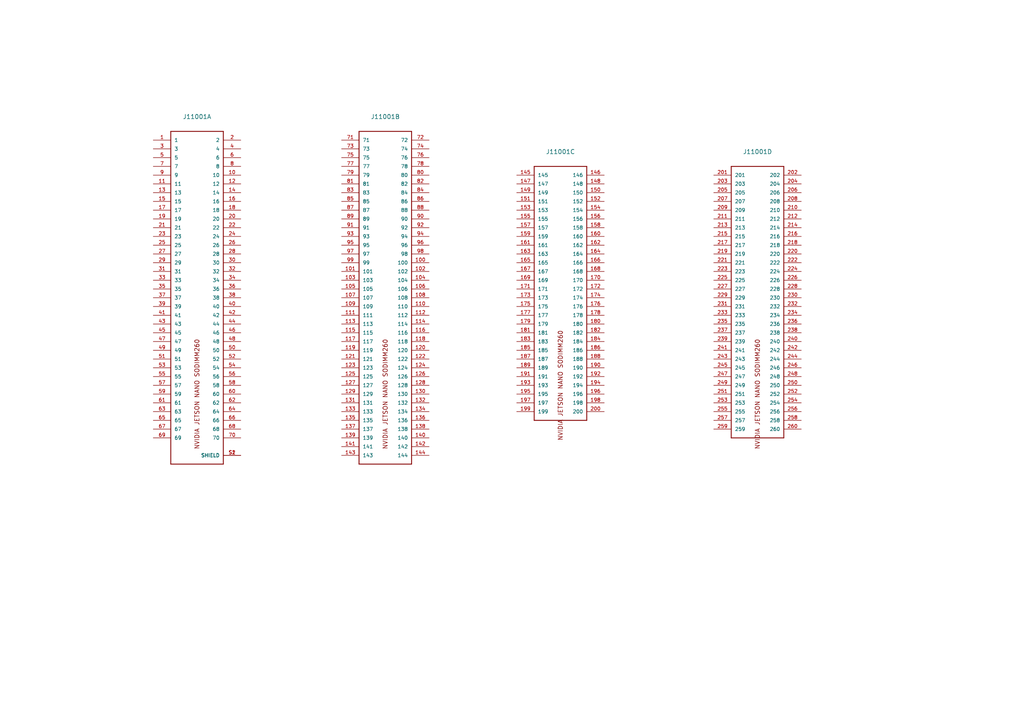
<source format=kicad_sch>
(kicad_sch (version 20211123) (generator eeschema)
  (paper "A4")
  (lib_symbols
    (symbol "JETSON_NANO:2309413-1" (pin_names (offset 1.016))
      (property "Reference" "J" (at -7.62 48.895 0))
      (property "Value" "2309413-1" (at -7.62 -50.8 0))
      (symbol "2309413-1_0_0"
        (text "NVIDIA JETSON NANO SODIMM260" (at 0 -27.94 900) (effects (font (size 1.27 1.27))))
      )
      (symbol "2309413-1_1_0"
        (polyline (pts (xy -7.62 -48.26) (xy 7.62 -48.26)) (stroke (width 0.254)))
        (polyline (pts (xy -7.62 48.26) (xy -7.62 -48.26)) (stroke (width 0.254)))
        (polyline (pts (xy 7.62 -48.26) (xy 7.62 48.26)) (stroke (width 0.254)))
        (polyline (pts (xy 7.62 48.26) (xy -7.62 48.26)) (stroke (width 0.254)))
        (pin passive line (at -12.7 45.72 0) (length 5.08) (name "1") (number "1"))
        (pin passive line (at 12.7 35.56 180) (length 5.08) (name "10") (number "10"))
        (pin passive line (at -12.7 33.02 0) (length 5.08) (name "11") (number "11"))
        (pin passive line (at 12.7 33.02 180) (length 5.08) (name "12") (number "12"))
        (pin passive line (at -12.7 30.48 0) (length 5.08) (name "13") (number "13"))
        (pin passive line (at 12.7 30.48 180) (length 5.08) (name "14") (number "14"))
        (pin passive line (at -12.7 27.94 0) (length 5.08) (name "15") (number "15"))
        (pin passive line (at 12.7 27.94 180) (length 5.08) (name "16") (number "16"))
        (pin passive line (at -12.7 25.4 0) (length 5.08) (name "17") (number "17"))
        (pin passive line (at 12.7 25.4 180) (length 5.08) (name "18") (number "18"))
        (pin passive line (at -12.7 22.86 0) (length 5.08) (name "19") (number "19"))
        (pin passive line (at 12.7 45.72 180) (length 5.08) (name "2") (number "2"))
        (pin passive line (at 12.7 22.86 180) (length 5.08) (name "20") (number "20"))
        (pin passive line (at -12.7 20.32 0) (length 5.08) (name "21") (number "21"))
        (pin passive line (at 12.7 20.32 180) (length 5.08) (name "22") (number "22"))
        (pin passive line (at -12.7 17.78 0) (length 5.08) (name "23") (number "23"))
        (pin passive line (at 12.7 17.78 180) (length 5.08) (name "24") (number "24"))
        (pin passive line (at -12.7 15.24 0) (length 5.08) (name "25") (number "25"))
        (pin passive line (at 12.7 15.24 180) (length 5.08) (name "26") (number "26"))
        (pin passive line (at -12.7 12.7 0) (length 5.08) (name "27") (number "27"))
        (pin passive line (at 12.7 12.7 180) (length 5.08) (name "28") (number "28"))
        (pin passive line (at -12.7 10.16 0) (length 5.08) (name "29") (number "29"))
        (pin passive line (at -12.7 43.18 0) (length 5.08) (name "3") (number "3"))
        (pin passive line (at 12.7 10.16 180) (length 5.08) (name "30") (number "30"))
        (pin passive line (at -12.7 7.62 0) (length 5.08) (name "31") (number "31"))
        (pin passive line (at 12.7 7.62 180) (length 5.08) (name "32") (number "32"))
        (pin passive line (at -12.7 5.08 0) (length 5.08) (name "33") (number "33"))
        (pin passive line (at 12.7 5.08 180) (length 5.08) (name "34") (number "34"))
        (pin passive line (at -12.7 2.54 0) (length 5.08) (name "35") (number "35"))
        (pin passive line (at 12.7 2.54 180) (length 5.08) (name "36") (number "36"))
        (pin passive line (at -12.7 0 0) (length 5.08) (name "37") (number "37"))
        (pin passive line (at 12.7 0 180) (length 5.08) (name "38") (number "38"))
        (pin passive line (at -12.7 -2.54 0) (length 5.08) (name "39") (number "39"))
        (pin passive line (at 12.7 43.18 180) (length 5.08) (name "4") (number "4"))
        (pin passive line (at 12.7 -2.54 180) (length 5.08) (name "40") (number "40"))
        (pin passive line (at -12.7 -5.08 0) (length 5.08) (name "41") (number "41"))
        (pin passive line (at 12.7 -5.08 180) (length 5.08) (name "42") (number "42"))
        (pin passive line (at -12.7 -7.62 0) (length 5.08) (name "43") (number "43"))
        (pin passive line (at 12.7 -7.62 180) (length 5.08) (name "44") (number "44"))
        (pin passive line (at -12.7 -10.16 0) (length 5.08) (name "45") (number "45"))
        (pin passive line (at 12.7 -10.16 180) (length 5.08) (name "46") (number "46"))
        (pin passive line (at -12.7 -12.7 0) (length 5.08) (name "47") (number "47"))
        (pin passive line (at 12.7 -12.7 180) (length 5.08) (name "48") (number "48"))
        (pin passive line (at -12.7 -15.24 0) (length 5.08) (name "49") (number "49"))
        (pin passive line (at -12.7 40.64 0) (length 5.08) (name "5") (number "5"))
        (pin passive line (at 12.7 -15.24 180) (length 5.08) (name "50") (number "50"))
        (pin passive line (at -12.7 -17.78 0) (length 5.08) (name "51") (number "51"))
        (pin passive line (at 12.7 -17.78 180) (length 5.08) (name "52") (number "52"))
        (pin passive line (at -12.7 -20.32 0) (length 5.08) (name "53") (number "53"))
        (pin passive line (at 12.7 -20.32 180) (length 5.08) (name "54") (number "54"))
        (pin passive line (at -12.7 -22.86 0) (length 5.08) (name "55") (number "55"))
        (pin passive line (at 12.7 -22.86 180) (length 5.08) (name "56") (number "56"))
        (pin passive line (at -12.7 -25.4 0) (length 5.08) (name "57") (number "57"))
        (pin passive line (at 12.7 -25.4 180) (length 5.08) (name "58") (number "58"))
        (pin passive line (at -12.7 -27.94 0) (length 5.08) (name "59") (number "59"))
        (pin passive line (at 12.7 40.64 180) (length 5.08) (name "6") (number "6"))
        (pin passive line (at 12.7 -27.94 180) (length 5.08) (name "60") (number "60"))
        (pin passive line (at -12.7 -30.48 0) (length 5.08) (name "61") (number "61"))
        (pin passive line (at 12.7 -30.48 180) (length 5.08) (name "62") (number "62"))
        (pin passive line (at -12.7 -33.02 0) (length 5.08) (name "63") (number "63"))
        (pin passive line (at 12.7 -33.02 180) (length 5.08) (name "64") (number "64"))
        (pin passive line (at -12.7 -35.56 0) (length 5.08) (name "65") (number "65"))
        (pin passive line (at 12.7 -35.56 180) (length 5.08) (name "66") (number "66"))
        (pin passive line (at -12.7 -38.1 0) (length 5.08) (name "67") (number "67"))
        (pin passive line (at 12.7 -38.1 180) (length 5.08) (name "68") (number "68"))
        (pin passive line (at -12.7 -40.64 0) (length 5.08) (name "69") (number "69"))
        (pin passive line (at -12.7 38.1 0) (length 5.08) (name "7") (number "7"))
        (pin passive line (at 12.7 -40.64 180) (length 5.08) (name "70") (number "70"))
        (pin passive line (at 12.7 38.1 180) (length 5.08) (name "8") (number "8"))
        (pin passive line (at -12.7 35.56 0) (length 5.08) (name "9") (number "9"))
        (pin passive line (at 12.7 -45.72 180) (length 5.08) (name "SHIELD") (number "S1"))
        (pin passive line (at 12.7 -45.72 180) (length 5.08) (name "SHIELD") (number "S2"))
      )
      (symbol "2309413-1_2_0"
        (polyline (pts (xy -7.62 -48.26) (xy 7.62 -48.26)) (stroke (width 0.254)))
        (polyline (pts (xy -7.62 48.26) (xy -7.62 -48.26)) (stroke (width 0.254)))
        (polyline (pts (xy 7.62 -48.26) (xy 7.62 48.26)) (stroke (width 0.254)))
        (polyline (pts (xy 7.62 48.26) (xy -7.62 48.26)) (stroke (width 0.254)))
        (pin passive line (at 12.7 10.16 180) (length 5.08) (name "100") (number "100"))
        (pin passive line (at -12.7 7.62 0) (length 5.08) (name "101") (number "101"))
        (pin passive line (at 12.7 7.62 180) (length 5.08) (name "102") (number "102"))
        (pin passive line (at -12.7 5.08 0) (length 5.08) (name "103") (number "103"))
        (pin passive line (at 12.7 5.08 180) (length 5.08) (name "104") (number "104"))
        (pin passive line (at -12.7 2.54 0) (length 5.08) (name "105") (number "105"))
        (pin passive line (at 12.7 2.54 180) (length 5.08) (name "106") (number "106"))
        (pin passive line (at -12.7 0 0) (length 5.08) (name "107") (number "107"))
        (pin passive line (at 12.7 0 180) (length 5.08) (name "108") (number "108"))
        (pin passive line (at -12.7 -2.54 0) (length 5.08) (name "109") (number "109"))
        (pin passive line (at 12.7 -2.54 180) (length 5.08) (name "110") (number "110"))
        (pin passive line (at -12.7 -5.08 0) (length 5.08) (name "111") (number "111"))
        (pin passive line (at 12.7 -5.08 180) (length 5.08) (name "112") (number "112"))
        (pin passive line (at -12.7 -7.62 0) (length 5.08) (name "113") (number "113"))
        (pin passive line (at 12.7 -7.62 180) (length 5.08) (name "114") (number "114"))
        (pin passive line (at -12.7 -10.16 0) (length 5.08) (name "115") (number "115"))
        (pin passive line (at 12.7 -10.16 180) (length 5.08) (name "116") (number "116"))
        (pin passive line (at -12.7 -12.7 0) (length 5.08) (name "117") (number "117"))
        (pin passive line (at 12.7 -12.7 180) (length 5.08) (name "118") (number "118"))
        (pin passive line (at -12.7 -15.24 0) (length 5.08) (name "119") (number "119"))
        (pin passive line (at 12.7 -15.24 180) (length 5.08) (name "120") (number "120"))
        (pin passive line (at -12.7 -17.78 0) (length 5.08) (name "121") (number "121"))
        (pin passive line (at 12.7 -17.78 180) (length 5.08) (name "122") (number "122"))
        (pin passive line (at -12.7 -20.32 0) (length 5.08) (name "123") (number "123"))
        (pin passive line (at 12.7 -20.32 180) (length 5.08) (name "124") (number "124"))
        (pin passive line (at -12.7 -22.86 0) (length 5.08) (name "125") (number "125"))
        (pin passive line (at 12.7 -22.86 180) (length 5.08) (name "126") (number "126"))
        (pin passive line (at -12.7 -25.4 0) (length 5.08) (name "127") (number "127"))
        (pin passive line (at 12.7 -25.4 180) (length 5.08) (name "128") (number "128"))
        (pin passive line (at -12.7 -27.94 0) (length 5.08) (name "129") (number "129"))
        (pin passive line (at 12.7 -27.94 180) (length 5.08) (name "130") (number "130"))
        (pin passive line (at -12.7 -30.48 0) (length 5.08) (name "131") (number "131"))
        (pin passive line (at 12.7 -30.48 180) (length 5.08) (name "132") (number "132"))
        (pin passive line (at -12.7 -33.02 0) (length 5.08) (name "133") (number "133"))
        (pin passive line (at 12.7 -33.02 180) (length 5.08) (name "134") (number "134"))
        (pin passive line (at -12.7 -35.56 0) (length 5.08) (name "135") (number "135"))
        (pin passive line (at 12.7 -35.56 180) (length 5.08) (name "136") (number "136"))
        (pin passive line (at -12.7 -38.1 0) (length 5.08) (name "137") (number "137"))
        (pin passive line (at 12.7 -38.1 180) (length 5.08) (name "138") (number "138"))
        (pin passive line (at -12.7 -40.64 0) (length 5.08) (name "139") (number "139"))
        (pin passive line (at 12.7 -40.64 180) (length 5.08) (name "140") (number "140"))
        (pin passive line (at -12.7 -43.18 0) (length 5.08) (name "141") (number "141"))
        (pin passive line (at 12.7 -43.18 180) (length 5.08) (name "142") (number "142"))
        (pin passive line (at -12.7 -45.72 0) (length 5.08) (name "143") (number "143"))
        (pin passive line (at 12.7 -45.72 180) (length 5.08) (name "144") (number "144"))
        (pin passive line (at -12.7 45.72 0) (length 5.08) (name "71") (number "71"))
        (pin passive line (at 12.7 45.72 180) (length 5.08) (name "72") (number "72"))
        (pin passive line (at -12.7 43.18 0) (length 5.08) (name "73") (number "73"))
        (pin passive line (at 12.7 43.18 180) (length 5.08) (name "74") (number "74"))
        (pin passive line (at -12.7 40.64 0) (length 5.08) (name "75") (number "75"))
        (pin passive line (at 12.7 40.64 180) (length 5.08) (name "76") (number "76"))
        (pin passive line (at -12.7 38.1 0) (length 5.08) (name "77") (number "77"))
        (pin passive line (at 12.7 38.1 180) (length 5.08) (name "78") (number "78"))
        (pin passive line (at -12.7 35.56 0) (length 5.08) (name "79") (number "79"))
        (pin passive line (at 12.7 35.56 180) (length 5.08) (name "80") (number "80"))
        (pin passive line (at -12.7 33.02 0) (length 5.08) (name "81") (number "81"))
        (pin passive line (at 12.7 33.02 180) (length 5.08) (name "82") (number "82"))
        (pin passive line (at -12.7 30.48 0) (length 5.08) (name "83") (number "83"))
        (pin passive line (at 12.7 30.48 180) (length 5.08) (name "84") (number "84"))
        (pin passive line (at -12.7 27.94 0) (length 5.08) (name "85") (number "85"))
        (pin passive line (at 12.7 27.94 180) (length 5.08) (name "86") (number "86"))
        (pin passive line (at -12.7 25.4 0) (length 5.08) (name "87") (number "87"))
        (pin passive line (at 12.7 25.4 180) (length 5.08) (name "88") (number "88"))
        (pin passive line (at -12.7 22.86 0) (length 5.08) (name "89") (number "89"))
        (pin passive line (at 12.7 22.86 180) (length 5.08) (name "90") (number "90"))
        (pin passive line (at -12.7 20.32 0) (length 5.08) (name "91") (number "91"))
        (pin passive line (at 12.7 20.32 180) (length 5.08) (name "92") (number "92"))
        (pin passive line (at -12.7 17.78 0) (length 5.08) (name "93") (number "93"))
        (pin passive line (at 12.7 17.78 180) (length 5.08) (name "94") (number "94"))
        (pin passive line (at -12.7 15.24 0) (length 5.08) (name "95") (number "95"))
        (pin passive line (at 12.7 15.24 180) (length 5.08) (name "96") (number "96"))
        (pin passive line (at -12.7 12.7 0) (length 5.08) (name "97") (number "97"))
        (pin passive line (at 12.7 12.7 180) (length 5.08) (name "98") (number "98"))
        (pin passive line (at -12.7 10.16 0) (length 5.08) (name "99") (number "99"))
      )
      (symbol "2309413-1_3_0"
        (polyline (pts (xy -7.62 -38.1) (xy 7.62 -38.1)) (stroke (width 0.254)))
        (polyline (pts (xy -7.62 35.56) (xy -7.62 -38.1)) (stroke (width 0.254)))
        (polyline (pts (xy 7.62 -38.1) (xy 7.62 35.56)) (stroke (width 0.254)))
        (polyline (pts (xy 7.62 35.56) (xy -7.62 35.56)) (stroke (width 0.254)))
        (pin passive line (at -12.7 33.02 0) (length 5.08) (name "145") (number "145"))
        (pin passive line (at 12.7 33.02 180) (length 5.08) (name "146") (number "146"))
        (pin passive line (at -12.7 30.48 0) (length 5.08) (name "147") (number "147"))
        (pin passive line (at 12.7 30.48 180) (length 5.08) (name "148") (number "148"))
        (pin passive line (at -12.7 27.94 0) (length 5.08) (name "149") (number "149"))
        (pin passive line (at 12.7 27.94 180) (length 5.08) (name "150") (number "150"))
        (pin passive line (at -12.7 25.4 0) (length 5.08) (name "151") (number "151"))
        (pin passive line (at 12.7 25.4 180) (length 5.08) (name "152") (number "152"))
        (pin passive line (at -12.7 22.86 0) (length 5.08) (name "153") (number "153"))
        (pin passive line (at 12.7 22.86 180) (length 5.08) (name "154") (number "154"))
        (pin passive line (at -12.7 20.32 0) (length 5.08) (name "155") (number "155"))
        (pin passive line (at 12.7 20.32 180) (length 5.08) (name "156") (number "156"))
        (pin passive line (at -12.7 17.78 0) (length 5.08) (name "157") (number "157"))
        (pin passive line (at 12.7 17.78 180) (length 5.08) (name "158") (number "158"))
        (pin passive line (at -12.7 15.24 0) (length 5.08) (name "159") (number "159"))
        (pin passive line (at 12.7 15.24 180) (length 5.08) (name "160") (number "160"))
        (pin passive line (at -12.7 12.7 0) (length 5.08) (name "161") (number "161"))
        (pin passive line (at 12.7 12.7 180) (length 5.08) (name "162") (number "162"))
        (pin passive line (at -12.7 10.16 0) (length 5.08) (name "163") (number "163"))
        (pin passive line (at 12.7 10.16 180) (length 5.08) (name "164") (number "164"))
        (pin passive line (at -12.7 7.62 0) (length 5.08) (name "165") (number "165"))
        (pin passive line (at 12.7 7.62 180) (length 5.08) (name "166") (number "166"))
        (pin passive line (at -12.7 5.08 0) (length 5.08) (name "167") (number "167"))
        (pin passive line (at 12.7 5.08 180) (length 5.08) (name "168") (number "168"))
        (pin passive line (at -12.7 2.54 0) (length 5.08) (name "169") (number "169"))
        (pin passive line (at 12.7 2.54 180) (length 5.08) (name "170") (number "170"))
        (pin passive line (at -12.7 0 0) (length 5.08) (name "171") (number "171"))
        (pin passive line (at 12.7 0 180) (length 5.08) (name "172") (number "172"))
        (pin passive line (at -12.7 -2.54 0) (length 5.08) (name "173") (number "173"))
        (pin passive line (at 12.7 -2.54 180) (length 5.08) (name "174") (number "174"))
        (pin passive line (at -12.7 -5.08 0) (length 5.08) (name "175") (number "175"))
        (pin passive line (at 12.7 -5.08 180) (length 5.08) (name "176") (number "176"))
        (pin passive line (at -12.7 -7.62 0) (length 5.08) (name "177") (number "177"))
        (pin passive line (at 12.7 -7.62 180) (length 5.08) (name "178") (number "178"))
        (pin passive line (at -12.7 -10.16 0) (length 5.08) (name "179") (number "179"))
        (pin passive line (at 12.7 -10.16 180) (length 5.08) (name "180") (number "180"))
        (pin passive line (at -12.7 -12.7 0) (length 5.08) (name "181") (number "181"))
        (pin passive line (at 12.7 -12.7 180) (length 5.08) (name "182") (number "182"))
        (pin passive line (at -12.7 -15.24 0) (length 5.08) (name "183") (number "183"))
        (pin passive line (at 12.7 -15.24 180) (length 5.08) (name "184") (number "184"))
        (pin passive line (at -12.7 -17.78 0) (length 5.08) (name "185") (number "185"))
        (pin passive line (at 12.7 -17.78 180) (length 5.08) (name "186") (number "186"))
        (pin passive line (at -12.7 -20.32 0) (length 5.08) (name "187") (number "187"))
        (pin passive line (at 12.7 -20.32 180) (length 5.08) (name "188") (number "188"))
        (pin passive line (at -12.7 -22.86 0) (length 5.08) (name "189") (number "189"))
        (pin passive line (at 12.7 -22.86 180) (length 5.08) (name "190") (number "190"))
        (pin passive line (at -12.7 -25.4 0) (length 5.08) (name "191") (number "191"))
        (pin passive line (at 12.7 -25.4 180) (length 5.08) (name "192") (number "192"))
        (pin passive line (at -12.7 -27.94 0) (length 5.08) (name "193") (number "193"))
        (pin passive line (at 12.7 -27.94 180) (length 5.08) (name "194") (number "194"))
        (pin passive line (at -12.7 -30.48 0) (length 5.08) (name "195") (number "195"))
        (pin passive line (at 12.7 -30.48 180) (length 5.08) (name "196") (number "196"))
        (pin passive line (at -12.7 -33.02 0) (length 5.08) (name "197") (number "197"))
        (pin passive line (at 12.7 -33.02 180) (length 5.08) (name "198") (number "198"))
        (pin passive line (at -12.7 -35.56 0) (length 5.08) (name "199") (number "199"))
        (pin passive line (at 12.7 -35.56 180) (length 5.08) (name "200") (number "200"))
      )
      (symbol "2309413-1_4_0"
        (polyline (pts (xy -7.62 -40.64) (xy 7.62 -40.64)) (stroke (width 0.254)))
        (polyline (pts (xy -7.62 38.1) (xy -7.62 -40.64)) (stroke (width 0.254)))
        (polyline (pts (xy 7.62 -40.64) (xy 7.62 38.1)) (stroke (width 0.254)))
        (polyline (pts (xy 7.62 38.1) (xy -7.62 38.1)) (stroke (width 0.254)))
        (pin passive line (at -12.7 35.56 0) (length 5.08) (name "201") (number "201"))
        (pin passive line (at 12.7 35.56 180) (length 5.08) (name "202") (number "202"))
        (pin passive line (at -12.7 33.02 0) (length 5.08) (name "203") (number "203"))
        (pin passive line (at 12.7 33.02 180) (length 5.08) (name "204") (number "204"))
        (pin passive line (at -12.7 30.48 0) (length 5.08) (name "205") (number "205"))
        (pin passive line (at 12.7 30.48 180) (length 5.08) (name "206") (number "206"))
        (pin passive line (at -12.7 27.94 0) (length 5.08) (name "207") (number "207"))
        (pin passive line (at 12.7 27.94 180) (length 5.08) (name "208") (number "208"))
        (pin passive line (at -12.7 25.4 0) (length 5.08) (name "209") (number "209"))
        (pin passive line (at 12.7 25.4 180) (length 5.08) (name "210") (number "210"))
        (pin passive line (at -12.7 22.86 0) (length 5.08) (name "211") (number "211"))
        (pin passive line (at 12.7 22.86 180) (length 5.08) (name "212") (number "212"))
        (pin passive line (at -12.7 20.32 0) (length 5.08) (name "213") (number "213"))
        (pin passive line (at 12.7 20.32 180) (length 5.08) (name "214") (number "214"))
        (pin passive line (at -12.7 17.78 0) (length 5.08) (name "215") (number "215"))
        (pin passive line (at 12.7 17.78 180) (length 5.08) (name "216") (number "216"))
        (pin passive line (at -12.7 15.24 0) (length 5.08) (name "217") (number "217"))
        (pin passive line (at 12.7 15.24 180) (length 5.08) (name "218") (number "218"))
        (pin passive line (at -12.7 12.7 0) (length 5.08) (name "219") (number "219"))
        (pin passive line (at 12.7 12.7 180) (length 5.08) (name "220") (number "220"))
        (pin passive line (at -12.7 10.16 0) (length 5.08) (name "221") (number "221"))
        (pin passive line (at 12.7 10.16 180) (length 5.08) (name "222") (number "222"))
        (pin passive line (at -12.7 7.62 0) (length 5.08) (name "223") (number "223"))
        (pin passive line (at 12.7 7.62 180) (length 5.08) (name "224") (number "224"))
        (pin passive line (at -12.7 5.08 0) (length 5.08) (name "225") (number "225"))
        (pin passive line (at 12.7 5.08 180) (length 5.08) (name "226") (number "226"))
        (pin passive line (at -12.7 2.54 0) (length 5.08) (name "227") (number "227"))
        (pin passive line (at 12.7 2.54 180) (length 5.08) (name "228") (number "228"))
        (pin passive line (at -12.7 0 0) (length 5.08) (name "229") (number "229"))
        (pin passive line (at 12.7 0 180) (length 5.08) (name "230") (number "230"))
        (pin passive line (at -12.7 -2.54 0) (length 5.08) (name "231") (number "231"))
        (pin passive line (at 12.7 -2.54 180) (length 5.08) (name "232") (number "232"))
        (pin passive line (at -12.7 -5.08 0) (length 5.08) (name "233") (number "233"))
        (pin passive line (at 12.7 -5.08 180) (length 5.08) (name "234") (number "234"))
        (pin passive line (at -12.7 -7.62 0) (length 5.08) (name "235") (number "235"))
        (pin passive line (at 12.7 -7.62 180) (length 5.08) (name "236") (number "236"))
        (pin passive line (at -12.7 -10.16 0) (length 5.08) (name "237") (number "237"))
        (pin passive line (at 12.7 -10.16 180) (length 5.08) (name "238") (number "238"))
        (pin passive line (at -12.7 -12.7 0) (length 5.08) (name "239") (number "239"))
        (pin passive line (at 12.7 -12.7 180) (length 5.08) (name "240") (number "240"))
        (pin passive line (at -12.7 -15.24 0) (length 5.08) (name "241") (number "241"))
        (pin passive line (at 12.7 -15.24 180) (length 5.08) (name "242") (number "242"))
        (pin passive line (at -12.7 -17.78 0) (length 5.08) (name "243") (number "243"))
        (pin passive line (at 12.7 -17.78 180) (length 5.08) (name "244") (number "244"))
        (pin passive line (at -12.7 -20.32 0) (length 5.08) (name "245") (number "245"))
        (pin passive line (at 12.7 -20.32 180) (length 5.08) (name "246") (number "246"))
        (pin passive line (at -12.7 -22.86 0) (length 5.08) (name "247") (number "247"))
        (pin passive line (at 12.7 -22.86 180) (length 5.08) (name "248") (number "248"))
        (pin passive line (at -12.7 -25.4 0) (length 5.08) (name "249") (number "249"))
        (pin passive line (at 12.7 -25.4 180) (length 5.08) (name "250") (number "250"))
        (pin passive line (at -12.7 -27.94 0) (length 5.08) (name "251") (number "251"))
        (pin passive line (at 12.7 -27.94 180) (length 5.08) (name "252") (number "252"))
        (pin passive line (at -12.7 -30.48 0) (length 5.08) (name "253") (number "253"))
        (pin passive line (at 12.7 -30.48 180) (length 5.08) (name "254") (number "254"))
        (pin passive line (at -12.7 -33.02 0) (length 5.08) (name "255") (number "255"))
        (pin passive line (at 12.7 -33.02 180) (length 5.08) (name "256") (number "256"))
        (pin passive line (at -12.7 -35.56 0) (length 5.08) (name "257") (number "257"))
        (pin passive line (at 12.7 -35.56 180) (length 5.08) (name "258") (number "258"))
        (pin passive line (at -12.7 -38.1 0) (length 5.08) (name "259") (number "259"))
        (pin passive line (at 12.7 -38.1 180) (length 5.08) (name "260") (number "260"))
      )
    )
  )
  (symbol (lib_id "JETSON_NANO:2309413-1") (at 57.15 86.36 0) (unit 1)
    (property "Reference" "J11001" (at 57.15 33.8582 0))
    (property "Datasheet" "TE Connectivity" (effects hide))
    (property "Field4" "9.45 mm" (effects hide))
    (property "Field5" "Manufacturer Recommendations" (effects hide))
    (property "Field6" "4" (effects hide))
  )
  (symbol (lib_id "JETSON_NANO:2309413-1") (at 111.76 86.36 0) (unit 2)
    (property "Reference" "J11001" (at 111.76 33.8582 0))
    (property "Datasheet" "TE Connectivity" (effects hide))
    (property "Field4" "9.45 mm" (effects hide))
    (property "Field5" "Manufacturer Recommendations" (effects hide))
    (property "Field6" "4" (effects hide))
  )
  (symbol (lib_id "JETSON_NANO:2309413-1") (at 162.56 83.82 0) (unit 3)
    (property "Reference" "J11001" (at 162.56 44.0182 0))
    (property "Datasheet" "TE Connectivity" (effects hide))
    (property "Field4" "9.45 mm" (effects hide))
    (property "Field5" "Manufacturer Recommendations" (effects hide))
    (property "Field6" "4" (effects hide))
  )
  (symbol (lib_id "JETSON_NANO:2309413-1") (at 219.71 86.36 0) (unit 4)
    (property "Reference" "J11001" (at 219.71 44.0182 0))
    (property "Datasheet" "TE Connectivity" (effects hide))
    (property "Field4" "9.45 mm" (effects hide))
    (property "Field5" "Manufacturer Recommendations" (effects hide))
    (property "Field6" "4" (effects hide))
  )
)
</source>
